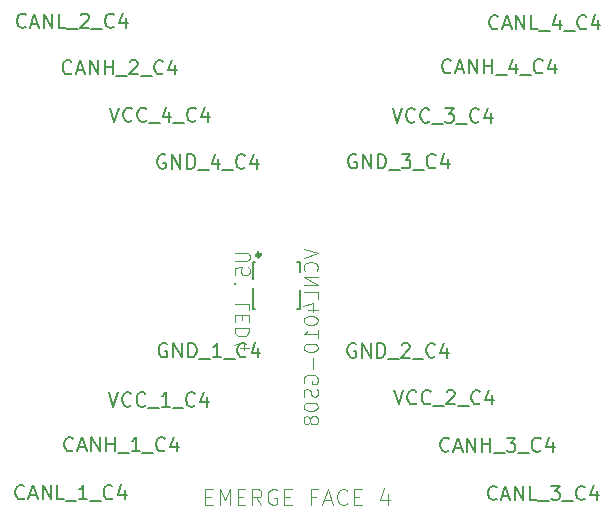
<source format=gbr>
G04 #@! TF.FileFunction,Legend,Bot*
%FSLAX46Y46*%
G04 Gerber Fmt 4.6, Leading zero omitted, Abs format (unit mm)*
G04 Created by KiCad (PCBNEW 4.0.6) date 05/08/17 07:18:31*
%MOMM*%
%LPD*%
G01*
G04 APERTURE LIST*
%ADD10C,0.100000*%
%ADD11C,0.113792*%
%ADD12C,0.127000*%
%ADD13C,0.304800*%
%ADD14C,0.101600*%
G04 APERTURE END LIST*
D10*
D11*
X121581633Y-120127140D02*
X122032060Y-120127140D01*
X122225100Y-120834953D02*
X121581633Y-120834953D01*
X121581633Y-119483673D01*
X122225100Y-119483673D01*
X122804220Y-120834953D02*
X122804220Y-119483673D01*
X123254647Y-120448873D01*
X123705074Y-119483673D01*
X123705074Y-120834953D01*
X124348540Y-120127140D02*
X124798967Y-120127140D01*
X124992007Y-120834953D02*
X124348540Y-120834953D01*
X124348540Y-119483673D01*
X124992007Y-119483673D01*
X126343287Y-120834953D02*
X125892861Y-120191487D01*
X125571127Y-120834953D02*
X125571127Y-119483673D01*
X126085901Y-119483673D01*
X126214594Y-119548020D01*
X126278941Y-119612367D01*
X126343287Y-119741060D01*
X126343287Y-119934100D01*
X126278941Y-120062793D01*
X126214594Y-120127140D01*
X126085901Y-120191487D01*
X125571127Y-120191487D01*
X127630221Y-119548020D02*
X127501527Y-119483673D01*
X127308487Y-119483673D01*
X127115447Y-119548020D01*
X126986754Y-119676713D01*
X126922407Y-119805407D01*
X126858061Y-120062793D01*
X126858061Y-120255833D01*
X126922407Y-120513220D01*
X126986754Y-120641913D01*
X127115447Y-120770607D01*
X127308487Y-120834953D01*
X127437181Y-120834953D01*
X127630221Y-120770607D01*
X127694567Y-120706260D01*
X127694567Y-120255833D01*
X127437181Y-120255833D01*
X128273687Y-120127140D02*
X128724114Y-120127140D01*
X128917154Y-120834953D02*
X128273687Y-120834953D01*
X128273687Y-119483673D01*
X128917154Y-119483673D01*
X130976248Y-120127140D02*
X130525821Y-120127140D01*
X130525821Y-120834953D02*
X130525821Y-119483673D01*
X131169288Y-119483673D01*
X131619715Y-120448873D02*
X132263181Y-120448873D01*
X131491021Y-120834953D02*
X131941448Y-119483673D01*
X132391875Y-120834953D01*
X133614461Y-120706260D02*
X133550115Y-120770607D01*
X133357075Y-120834953D01*
X133228381Y-120834953D01*
X133035341Y-120770607D01*
X132906648Y-120641913D01*
X132842301Y-120513220D01*
X132777955Y-120255833D01*
X132777955Y-120062793D01*
X132842301Y-119805407D01*
X132906648Y-119676713D01*
X133035341Y-119548020D01*
X133228381Y-119483673D01*
X133357075Y-119483673D01*
X133550115Y-119548020D01*
X133614461Y-119612367D01*
X134193581Y-120127140D02*
X134644008Y-120127140D01*
X134837048Y-120834953D02*
X134193581Y-120834953D01*
X134193581Y-119483673D01*
X134837048Y-119483673D01*
X137024835Y-119934100D02*
X137024835Y-120834953D01*
X136703102Y-119419327D02*
X136381369Y-120384527D01*
X137217875Y-120384527D01*
D10*
G36*
X124179300Y-102230300D02*
X123979300Y-102230300D01*
X123979300Y-102030300D01*
X124179300Y-102030300D01*
X124179300Y-102230300D01*
G37*
D12*
X125829900Y-100275700D02*
X125629900Y-100275700D01*
X125629900Y-100275700D02*
X125629900Y-101715700D01*
X125639900Y-102425700D02*
X125639900Y-104235700D01*
X125639900Y-104235700D02*
X125819900Y-104235700D01*
X129379900Y-100285700D02*
X129579900Y-100285700D01*
X129579900Y-100285700D02*
X129579900Y-101115700D01*
X129369900Y-104225700D02*
X129589900Y-104225700D01*
X129589900Y-104225700D02*
X129589900Y-102615700D01*
D13*
X126253909Y-99665700D02*
G75*
G03X126253909Y-99665700I-164009J0D01*
G01*
D12*
X126131522Y-99665700D02*
G75*
G03X126131522Y-99665700I-31622J0D01*
G01*
D14*
X125291848Y-104362086D02*
X125291848Y-103787562D01*
X124085348Y-103787562D01*
X124659871Y-104764252D02*
X124659871Y-105166419D01*
X125291848Y-105338776D02*
X125291848Y-104764252D01*
X124085348Y-104764252D01*
X124085348Y-105338776D01*
X125291848Y-105855847D02*
X124085348Y-105855847D01*
X124085348Y-106143109D01*
X124142800Y-106315466D01*
X124257705Y-106430371D01*
X124372610Y-106487823D01*
X124602419Y-106545275D01*
X124774776Y-106545275D01*
X125004586Y-106487823D01*
X125119490Y-106430371D01*
X125234395Y-106315466D01*
X125291848Y-106143109D01*
X125291848Y-105855847D01*
X124487514Y-107579418D02*
X125291848Y-107579418D01*
X124027895Y-107292156D02*
X124889681Y-107004895D01*
X124889681Y-107751775D01*
D12*
X137556205Y-111116348D02*
X137958371Y-112322848D01*
X138360538Y-111116348D01*
X139452133Y-112207943D02*
X139394681Y-112265395D01*
X139222324Y-112322848D01*
X139107419Y-112322848D01*
X138935062Y-112265395D01*
X138820157Y-112150490D01*
X138762705Y-112035586D01*
X138705253Y-111805776D01*
X138705253Y-111633419D01*
X138762705Y-111403610D01*
X138820157Y-111288705D01*
X138935062Y-111173800D01*
X139107419Y-111116348D01*
X139222324Y-111116348D01*
X139394681Y-111173800D01*
X139452133Y-111231252D01*
X140658633Y-112207943D02*
X140601181Y-112265395D01*
X140428824Y-112322848D01*
X140313919Y-112322848D01*
X140141562Y-112265395D01*
X140026657Y-112150490D01*
X139969205Y-112035586D01*
X139911753Y-111805776D01*
X139911753Y-111633419D01*
X139969205Y-111403610D01*
X140026657Y-111288705D01*
X140141562Y-111173800D01*
X140313919Y-111116348D01*
X140428824Y-111116348D01*
X140601181Y-111173800D01*
X140658633Y-111231252D01*
X140888443Y-112437752D02*
X141807681Y-112437752D01*
X142037491Y-111231252D02*
X142094943Y-111173800D01*
X142209848Y-111116348D01*
X142497110Y-111116348D01*
X142612014Y-111173800D01*
X142669467Y-111231252D01*
X142726919Y-111346157D01*
X142726919Y-111461062D01*
X142669467Y-111633419D01*
X141980038Y-112322848D01*
X142726919Y-112322848D01*
X142956729Y-112437752D02*
X143875967Y-112437752D01*
X144852657Y-112207943D02*
X144795205Y-112265395D01*
X144622848Y-112322848D01*
X144507943Y-112322848D01*
X144335586Y-112265395D01*
X144220681Y-112150490D01*
X144163229Y-112035586D01*
X144105777Y-111805776D01*
X144105777Y-111633419D01*
X144163229Y-111403610D01*
X144220681Y-111288705D01*
X144335586Y-111173800D01*
X144507943Y-111116348D01*
X144622848Y-111116348D01*
X144795205Y-111173800D01*
X144852657Y-111231252D01*
X145886800Y-111518514D02*
X145886800Y-112322848D01*
X145599538Y-111058895D02*
X145312277Y-111920681D01*
X146059157Y-111920681D01*
X113416205Y-111297348D02*
X113818371Y-112503848D01*
X114220538Y-111297348D01*
X115312133Y-112388943D02*
X115254681Y-112446395D01*
X115082324Y-112503848D01*
X114967419Y-112503848D01*
X114795062Y-112446395D01*
X114680157Y-112331490D01*
X114622705Y-112216586D01*
X114565253Y-111986776D01*
X114565253Y-111814419D01*
X114622705Y-111584610D01*
X114680157Y-111469705D01*
X114795062Y-111354800D01*
X114967419Y-111297348D01*
X115082324Y-111297348D01*
X115254681Y-111354800D01*
X115312133Y-111412252D01*
X116518633Y-112388943D02*
X116461181Y-112446395D01*
X116288824Y-112503848D01*
X116173919Y-112503848D01*
X116001562Y-112446395D01*
X115886657Y-112331490D01*
X115829205Y-112216586D01*
X115771753Y-111986776D01*
X115771753Y-111814419D01*
X115829205Y-111584610D01*
X115886657Y-111469705D01*
X116001562Y-111354800D01*
X116173919Y-111297348D01*
X116288824Y-111297348D01*
X116461181Y-111354800D01*
X116518633Y-111412252D01*
X116748443Y-112618752D02*
X117667681Y-112618752D01*
X118586919Y-112503848D02*
X117897491Y-112503848D01*
X118242205Y-112503848D02*
X118242205Y-111297348D01*
X118127300Y-111469705D01*
X118012395Y-111584610D01*
X117897491Y-111642062D01*
X118816729Y-112618752D02*
X119735967Y-112618752D01*
X120712657Y-112388943D02*
X120655205Y-112446395D01*
X120482848Y-112503848D01*
X120367943Y-112503848D01*
X120195586Y-112446395D01*
X120080681Y-112331490D01*
X120023229Y-112216586D01*
X119965777Y-111986776D01*
X119965777Y-111814419D01*
X120023229Y-111584610D01*
X120080681Y-111469705D01*
X120195586Y-111354800D01*
X120367943Y-111297348D01*
X120482848Y-111297348D01*
X120655205Y-111354800D01*
X120712657Y-111412252D01*
X121746800Y-111699514D02*
X121746800Y-112503848D01*
X121459538Y-111239895D02*
X121172277Y-112101681D01*
X121919157Y-112101681D01*
X137445205Y-87247348D02*
X137847371Y-88453848D01*
X138249538Y-87247348D01*
X139341133Y-88338943D02*
X139283681Y-88396395D01*
X139111324Y-88453848D01*
X138996419Y-88453848D01*
X138824062Y-88396395D01*
X138709157Y-88281490D01*
X138651705Y-88166586D01*
X138594253Y-87936776D01*
X138594253Y-87764419D01*
X138651705Y-87534610D01*
X138709157Y-87419705D01*
X138824062Y-87304800D01*
X138996419Y-87247348D01*
X139111324Y-87247348D01*
X139283681Y-87304800D01*
X139341133Y-87362252D01*
X140547633Y-88338943D02*
X140490181Y-88396395D01*
X140317824Y-88453848D01*
X140202919Y-88453848D01*
X140030562Y-88396395D01*
X139915657Y-88281490D01*
X139858205Y-88166586D01*
X139800753Y-87936776D01*
X139800753Y-87764419D01*
X139858205Y-87534610D01*
X139915657Y-87419705D01*
X140030562Y-87304800D01*
X140202919Y-87247348D01*
X140317824Y-87247348D01*
X140490181Y-87304800D01*
X140547633Y-87362252D01*
X140777443Y-88568752D02*
X141696681Y-88568752D01*
X141869038Y-87247348D02*
X142615919Y-87247348D01*
X142213752Y-87706967D01*
X142386110Y-87706967D01*
X142501014Y-87764419D01*
X142558467Y-87821871D01*
X142615919Y-87936776D01*
X142615919Y-88224038D01*
X142558467Y-88338943D01*
X142501014Y-88396395D01*
X142386110Y-88453848D01*
X142041395Y-88453848D01*
X141926491Y-88396395D01*
X141869038Y-88338943D01*
X142845729Y-88568752D02*
X143764967Y-88568752D01*
X144741657Y-88338943D02*
X144684205Y-88396395D01*
X144511848Y-88453848D01*
X144396943Y-88453848D01*
X144224586Y-88396395D01*
X144109681Y-88281490D01*
X144052229Y-88166586D01*
X143994777Y-87936776D01*
X143994777Y-87764419D01*
X144052229Y-87534610D01*
X144109681Y-87419705D01*
X144224586Y-87304800D01*
X144396943Y-87247348D01*
X144511848Y-87247348D01*
X144684205Y-87304800D01*
X144741657Y-87362252D01*
X145775800Y-87649514D02*
X145775800Y-88453848D01*
X145488538Y-87189895D02*
X145201277Y-88051681D01*
X145948157Y-88051681D01*
X113495205Y-87187348D02*
X113897371Y-88393848D01*
X114299538Y-87187348D01*
X115391133Y-88278943D02*
X115333681Y-88336395D01*
X115161324Y-88393848D01*
X115046419Y-88393848D01*
X114874062Y-88336395D01*
X114759157Y-88221490D01*
X114701705Y-88106586D01*
X114644253Y-87876776D01*
X114644253Y-87704419D01*
X114701705Y-87474610D01*
X114759157Y-87359705D01*
X114874062Y-87244800D01*
X115046419Y-87187348D01*
X115161324Y-87187348D01*
X115333681Y-87244800D01*
X115391133Y-87302252D01*
X116597633Y-88278943D02*
X116540181Y-88336395D01*
X116367824Y-88393848D01*
X116252919Y-88393848D01*
X116080562Y-88336395D01*
X115965657Y-88221490D01*
X115908205Y-88106586D01*
X115850753Y-87876776D01*
X115850753Y-87704419D01*
X115908205Y-87474610D01*
X115965657Y-87359705D01*
X116080562Y-87244800D01*
X116252919Y-87187348D01*
X116367824Y-87187348D01*
X116540181Y-87244800D01*
X116597633Y-87302252D01*
X116827443Y-88508752D02*
X117746681Y-88508752D01*
X118551014Y-87589514D02*
X118551014Y-88393848D01*
X118263752Y-87129895D02*
X117976491Y-87991681D01*
X118723371Y-87991681D01*
X118895729Y-88508752D02*
X119814967Y-88508752D01*
X120791657Y-88278943D02*
X120734205Y-88336395D01*
X120561848Y-88393848D01*
X120446943Y-88393848D01*
X120274586Y-88336395D01*
X120159681Y-88221490D01*
X120102229Y-88106586D01*
X120044777Y-87876776D01*
X120044777Y-87704419D01*
X120102229Y-87474610D01*
X120159681Y-87359705D01*
X120274586Y-87244800D01*
X120446943Y-87187348D01*
X120561848Y-87187348D01*
X120734205Y-87244800D01*
X120791657Y-87302252D01*
X121825800Y-87589514D02*
X121825800Y-88393848D01*
X121538538Y-87129895D02*
X121251277Y-87991681D01*
X121998157Y-87991681D01*
X134315538Y-107200800D02*
X134200633Y-107143348D01*
X134028276Y-107143348D01*
X133855919Y-107200800D01*
X133741014Y-107315705D01*
X133683562Y-107430610D01*
X133626110Y-107660419D01*
X133626110Y-107832776D01*
X133683562Y-108062586D01*
X133741014Y-108177490D01*
X133855919Y-108292395D01*
X134028276Y-108349848D01*
X134143181Y-108349848D01*
X134315538Y-108292395D01*
X134372990Y-108234943D01*
X134372990Y-107832776D01*
X134143181Y-107832776D01*
X134890062Y-108349848D02*
X134890062Y-107143348D01*
X135579490Y-108349848D01*
X135579490Y-107143348D01*
X136154014Y-108349848D02*
X136154014Y-107143348D01*
X136441276Y-107143348D01*
X136613633Y-107200800D01*
X136728538Y-107315705D01*
X136785990Y-107430610D01*
X136843442Y-107660419D01*
X136843442Y-107832776D01*
X136785990Y-108062586D01*
X136728538Y-108177490D01*
X136613633Y-108292395D01*
X136441276Y-108349848D01*
X136154014Y-108349848D01*
X137073252Y-108464752D02*
X137992490Y-108464752D01*
X138222300Y-107258252D02*
X138279752Y-107200800D01*
X138394657Y-107143348D01*
X138681919Y-107143348D01*
X138796823Y-107200800D01*
X138854276Y-107258252D01*
X138911728Y-107373157D01*
X138911728Y-107488062D01*
X138854276Y-107660419D01*
X138164847Y-108349848D01*
X138911728Y-108349848D01*
X139141538Y-108464752D02*
X140060776Y-108464752D01*
X141037466Y-108234943D02*
X140980014Y-108292395D01*
X140807657Y-108349848D01*
X140692752Y-108349848D01*
X140520395Y-108292395D01*
X140405490Y-108177490D01*
X140348038Y-108062586D01*
X140290586Y-107832776D01*
X140290586Y-107660419D01*
X140348038Y-107430610D01*
X140405490Y-107315705D01*
X140520395Y-107200800D01*
X140692752Y-107143348D01*
X140807657Y-107143348D01*
X140980014Y-107200800D01*
X141037466Y-107258252D01*
X142071609Y-107545514D02*
X142071609Y-108349848D01*
X141784347Y-107085895D02*
X141497086Y-107947681D01*
X142243966Y-107947681D01*
X118323538Y-107188800D02*
X118208633Y-107131348D01*
X118036276Y-107131348D01*
X117863919Y-107188800D01*
X117749014Y-107303705D01*
X117691562Y-107418610D01*
X117634110Y-107648419D01*
X117634110Y-107820776D01*
X117691562Y-108050586D01*
X117749014Y-108165490D01*
X117863919Y-108280395D01*
X118036276Y-108337848D01*
X118151181Y-108337848D01*
X118323538Y-108280395D01*
X118380990Y-108222943D01*
X118380990Y-107820776D01*
X118151181Y-107820776D01*
X118898062Y-108337848D02*
X118898062Y-107131348D01*
X119587490Y-108337848D01*
X119587490Y-107131348D01*
X120162014Y-108337848D02*
X120162014Y-107131348D01*
X120449276Y-107131348D01*
X120621633Y-107188800D01*
X120736538Y-107303705D01*
X120793990Y-107418610D01*
X120851442Y-107648419D01*
X120851442Y-107820776D01*
X120793990Y-108050586D01*
X120736538Y-108165490D01*
X120621633Y-108280395D01*
X120449276Y-108337848D01*
X120162014Y-108337848D01*
X121081252Y-108452752D02*
X122000490Y-108452752D01*
X122919728Y-108337848D02*
X122230300Y-108337848D01*
X122575014Y-108337848D02*
X122575014Y-107131348D01*
X122460109Y-107303705D01*
X122345204Y-107418610D01*
X122230300Y-107476062D01*
X123149538Y-108452752D02*
X124068776Y-108452752D01*
X125045466Y-108222943D02*
X124988014Y-108280395D01*
X124815657Y-108337848D01*
X124700752Y-108337848D01*
X124528395Y-108280395D01*
X124413490Y-108165490D01*
X124356038Y-108050586D01*
X124298586Y-107820776D01*
X124298586Y-107648419D01*
X124356038Y-107418610D01*
X124413490Y-107303705D01*
X124528395Y-107188800D01*
X124700752Y-107131348D01*
X124815657Y-107131348D01*
X124988014Y-107188800D01*
X125045466Y-107246252D01*
X126079609Y-107533514D02*
X126079609Y-108337848D01*
X125792347Y-107073895D02*
X125505086Y-107935681D01*
X126251966Y-107935681D01*
X134364538Y-91183800D02*
X134249633Y-91126348D01*
X134077276Y-91126348D01*
X133904919Y-91183800D01*
X133790014Y-91298705D01*
X133732562Y-91413610D01*
X133675110Y-91643419D01*
X133675110Y-91815776D01*
X133732562Y-92045586D01*
X133790014Y-92160490D01*
X133904919Y-92275395D01*
X134077276Y-92332848D01*
X134192181Y-92332848D01*
X134364538Y-92275395D01*
X134421990Y-92217943D01*
X134421990Y-91815776D01*
X134192181Y-91815776D01*
X134939062Y-92332848D02*
X134939062Y-91126348D01*
X135628490Y-92332848D01*
X135628490Y-91126348D01*
X136203014Y-92332848D02*
X136203014Y-91126348D01*
X136490276Y-91126348D01*
X136662633Y-91183800D01*
X136777538Y-91298705D01*
X136834990Y-91413610D01*
X136892442Y-91643419D01*
X136892442Y-91815776D01*
X136834990Y-92045586D01*
X136777538Y-92160490D01*
X136662633Y-92275395D01*
X136490276Y-92332848D01*
X136203014Y-92332848D01*
X137122252Y-92447752D02*
X138041490Y-92447752D01*
X138213847Y-91126348D02*
X138960728Y-91126348D01*
X138558561Y-91585967D01*
X138730919Y-91585967D01*
X138845823Y-91643419D01*
X138903276Y-91700871D01*
X138960728Y-91815776D01*
X138960728Y-92103038D01*
X138903276Y-92217943D01*
X138845823Y-92275395D01*
X138730919Y-92332848D01*
X138386204Y-92332848D01*
X138271300Y-92275395D01*
X138213847Y-92217943D01*
X139190538Y-92447752D02*
X140109776Y-92447752D01*
X141086466Y-92217943D02*
X141029014Y-92275395D01*
X140856657Y-92332848D01*
X140741752Y-92332848D01*
X140569395Y-92275395D01*
X140454490Y-92160490D01*
X140397038Y-92045586D01*
X140339586Y-91815776D01*
X140339586Y-91643419D01*
X140397038Y-91413610D01*
X140454490Y-91298705D01*
X140569395Y-91183800D01*
X140741752Y-91126348D01*
X140856657Y-91126348D01*
X141029014Y-91183800D01*
X141086466Y-91241252D01*
X142120609Y-91528514D02*
X142120609Y-92332848D01*
X141833347Y-91068895D02*
X141546086Y-91930681D01*
X142292966Y-91930681D01*
X118217538Y-91209800D02*
X118102633Y-91152348D01*
X117930276Y-91152348D01*
X117757919Y-91209800D01*
X117643014Y-91324705D01*
X117585562Y-91439610D01*
X117528110Y-91669419D01*
X117528110Y-91841776D01*
X117585562Y-92071586D01*
X117643014Y-92186490D01*
X117757919Y-92301395D01*
X117930276Y-92358848D01*
X118045181Y-92358848D01*
X118217538Y-92301395D01*
X118274990Y-92243943D01*
X118274990Y-91841776D01*
X118045181Y-91841776D01*
X118792062Y-92358848D02*
X118792062Y-91152348D01*
X119481490Y-92358848D01*
X119481490Y-91152348D01*
X120056014Y-92358848D02*
X120056014Y-91152348D01*
X120343276Y-91152348D01*
X120515633Y-91209800D01*
X120630538Y-91324705D01*
X120687990Y-91439610D01*
X120745442Y-91669419D01*
X120745442Y-91841776D01*
X120687990Y-92071586D01*
X120630538Y-92186490D01*
X120515633Y-92301395D01*
X120343276Y-92358848D01*
X120056014Y-92358848D01*
X120975252Y-92473752D02*
X121894490Y-92473752D01*
X122698823Y-91554514D02*
X122698823Y-92358848D01*
X122411561Y-91094895D02*
X122124300Y-91956681D01*
X122871180Y-91956681D01*
X123043538Y-92473752D02*
X123962776Y-92473752D01*
X124939466Y-92243943D02*
X124882014Y-92301395D01*
X124709657Y-92358848D01*
X124594752Y-92358848D01*
X124422395Y-92301395D01*
X124307490Y-92186490D01*
X124250038Y-92071586D01*
X124192586Y-91841776D01*
X124192586Y-91669419D01*
X124250038Y-91439610D01*
X124307490Y-91324705D01*
X124422395Y-91209800D01*
X124594752Y-91152348D01*
X124709657Y-91152348D01*
X124882014Y-91209800D01*
X124939466Y-91267252D01*
X125973609Y-91554514D02*
X125973609Y-92358848D01*
X125686347Y-91094895D02*
X125399086Y-91956681D01*
X126145966Y-91956681D01*
X106380990Y-80330943D02*
X106323538Y-80388395D01*
X106151181Y-80445848D01*
X106036276Y-80445848D01*
X105863919Y-80388395D01*
X105749014Y-80273490D01*
X105691562Y-80158586D01*
X105634110Y-79928776D01*
X105634110Y-79756419D01*
X105691562Y-79526610D01*
X105749014Y-79411705D01*
X105863919Y-79296800D01*
X106036276Y-79239348D01*
X106151181Y-79239348D01*
X106323538Y-79296800D01*
X106380990Y-79354252D01*
X106840610Y-80101133D02*
X107415133Y-80101133D01*
X106725705Y-80445848D02*
X107127871Y-79239348D01*
X107530038Y-80445848D01*
X107932205Y-80445848D02*
X107932205Y-79239348D01*
X108621633Y-80445848D01*
X108621633Y-79239348D01*
X109770681Y-80445848D02*
X109196157Y-80445848D01*
X109196157Y-79239348D01*
X109885585Y-80560752D02*
X110804823Y-80560752D01*
X111034633Y-79354252D02*
X111092085Y-79296800D01*
X111206990Y-79239348D01*
X111494252Y-79239348D01*
X111609156Y-79296800D01*
X111666609Y-79354252D01*
X111724061Y-79469157D01*
X111724061Y-79584062D01*
X111666609Y-79756419D01*
X110977180Y-80445848D01*
X111724061Y-80445848D01*
X111953871Y-80560752D02*
X112873109Y-80560752D01*
X113849799Y-80330943D02*
X113792347Y-80388395D01*
X113619990Y-80445848D01*
X113505085Y-80445848D01*
X113332728Y-80388395D01*
X113217823Y-80273490D01*
X113160371Y-80158586D01*
X113102919Y-79928776D01*
X113102919Y-79756419D01*
X113160371Y-79526610D01*
X113217823Y-79411705D01*
X113332728Y-79296800D01*
X113505085Y-79239348D01*
X113619990Y-79239348D01*
X113792347Y-79296800D01*
X113849799Y-79354252D01*
X114883942Y-79641514D02*
X114883942Y-80445848D01*
X114596680Y-79181895D02*
X114309419Y-80043681D01*
X115056299Y-80043681D01*
X106261990Y-120243943D02*
X106204538Y-120301395D01*
X106032181Y-120358848D01*
X105917276Y-120358848D01*
X105744919Y-120301395D01*
X105630014Y-120186490D01*
X105572562Y-120071586D01*
X105515110Y-119841776D01*
X105515110Y-119669419D01*
X105572562Y-119439610D01*
X105630014Y-119324705D01*
X105744919Y-119209800D01*
X105917276Y-119152348D01*
X106032181Y-119152348D01*
X106204538Y-119209800D01*
X106261990Y-119267252D01*
X106721610Y-120014133D02*
X107296133Y-120014133D01*
X106606705Y-120358848D02*
X107008871Y-119152348D01*
X107411038Y-120358848D01*
X107813205Y-120358848D02*
X107813205Y-119152348D01*
X108502633Y-120358848D01*
X108502633Y-119152348D01*
X109651681Y-120358848D02*
X109077157Y-120358848D01*
X109077157Y-119152348D01*
X109766585Y-120473752D02*
X110685823Y-120473752D01*
X111605061Y-120358848D02*
X110915633Y-120358848D01*
X111260347Y-120358848D02*
X111260347Y-119152348D01*
X111145442Y-119324705D01*
X111030537Y-119439610D01*
X110915633Y-119497062D01*
X111834871Y-120473752D02*
X112754109Y-120473752D01*
X113730799Y-120243943D02*
X113673347Y-120301395D01*
X113500990Y-120358848D01*
X113386085Y-120358848D01*
X113213728Y-120301395D01*
X113098823Y-120186490D01*
X113041371Y-120071586D01*
X112983919Y-119841776D01*
X112983919Y-119669419D01*
X113041371Y-119439610D01*
X113098823Y-119324705D01*
X113213728Y-119209800D01*
X113386085Y-119152348D01*
X113500990Y-119152348D01*
X113673347Y-119209800D01*
X113730799Y-119267252D01*
X114764942Y-119554514D02*
X114764942Y-120358848D01*
X114477680Y-119094895D02*
X114190419Y-119956681D01*
X114937299Y-119956681D01*
X146258990Y-120304943D02*
X146201538Y-120362395D01*
X146029181Y-120419848D01*
X145914276Y-120419848D01*
X145741919Y-120362395D01*
X145627014Y-120247490D01*
X145569562Y-120132586D01*
X145512110Y-119902776D01*
X145512110Y-119730419D01*
X145569562Y-119500610D01*
X145627014Y-119385705D01*
X145741919Y-119270800D01*
X145914276Y-119213348D01*
X146029181Y-119213348D01*
X146201538Y-119270800D01*
X146258990Y-119328252D01*
X146718610Y-120075133D02*
X147293133Y-120075133D01*
X146603705Y-120419848D02*
X147005871Y-119213348D01*
X147408038Y-120419848D01*
X147810205Y-120419848D02*
X147810205Y-119213348D01*
X148499633Y-120419848D01*
X148499633Y-119213348D01*
X149648681Y-120419848D02*
X149074157Y-120419848D01*
X149074157Y-119213348D01*
X149763585Y-120534752D02*
X150682823Y-120534752D01*
X150855180Y-119213348D02*
X151602061Y-119213348D01*
X151199894Y-119672967D01*
X151372252Y-119672967D01*
X151487156Y-119730419D01*
X151544609Y-119787871D01*
X151602061Y-119902776D01*
X151602061Y-120190038D01*
X151544609Y-120304943D01*
X151487156Y-120362395D01*
X151372252Y-120419848D01*
X151027537Y-120419848D01*
X150912633Y-120362395D01*
X150855180Y-120304943D01*
X151831871Y-120534752D02*
X152751109Y-120534752D01*
X153727799Y-120304943D02*
X153670347Y-120362395D01*
X153497990Y-120419848D01*
X153383085Y-120419848D01*
X153210728Y-120362395D01*
X153095823Y-120247490D01*
X153038371Y-120132586D01*
X152980919Y-119902776D01*
X152980919Y-119730419D01*
X153038371Y-119500610D01*
X153095823Y-119385705D01*
X153210728Y-119270800D01*
X153383085Y-119213348D01*
X153497990Y-119213348D01*
X153670347Y-119270800D01*
X153727799Y-119328252D01*
X154761942Y-119615514D02*
X154761942Y-120419848D01*
X154474680Y-119155895D02*
X154187419Y-120017681D01*
X154934299Y-120017681D01*
X146375990Y-80454943D02*
X146318538Y-80512395D01*
X146146181Y-80569848D01*
X146031276Y-80569848D01*
X145858919Y-80512395D01*
X145744014Y-80397490D01*
X145686562Y-80282586D01*
X145629110Y-80052776D01*
X145629110Y-79880419D01*
X145686562Y-79650610D01*
X145744014Y-79535705D01*
X145858919Y-79420800D01*
X146031276Y-79363348D01*
X146146181Y-79363348D01*
X146318538Y-79420800D01*
X146375990Y-79478252D01*
X146835610Y-80225133D02*
X147410133Y-80225133D01*
X146720705Y-80569848D02*
X147122871Y-79363348D01*
X147525038Y-80569848D01*
X147927205Y-80569848D02*
X147927205Y-79363348D01*
X148616633Y-80569848D01*
X148616633Y-79363348D01*
X149765681Y-80569848D02*
X149191157Y-80569848D01*
X149191157Y-79363348D01*
X149880585Y-80684752D02*
X150799823Y-80684752D01*
X151604156Y-79765514D02*
X151604156Y-80569848D01*
X151316894Y-79305895D02*
X151029633Y-80167681D01*
X151776513Y-80167681D01*
X151948871Y-80684752D02*
X152868109Y-80684752D01*
X153844799Y-80454943D02*
X153787347Y-80512395D01*
X153614990Y-80569848D01*
X153500085Y-80569848D01*
X153327728Y-80512395D01*
X153212823Y-80397490D01*
X153155371Y-80282586D01*
X153097919Y-80052776D01*
X153097919Y-79880419D01*
X153155371Y-79650610D01*
X153212823Y-79535705D01*
X153327728Y-79420800D01*
X153500085Y-79363348D01*
X153614990Y-79363348D01*
X153787347Y-79420800D01*
X153844799Y-79478252D01*
X154878942Y-79765514D02*
X154878942Y-80569848D01*
X154591680Y-79305895D02*
X154304419Y-80167681D01*
X155051299Y-80167681D01*
X110257990Y-84266943D02*
X110200538Y-84324395D01*
X110028181Y-84381848D01*
X109913276Y-84381848D01*
X109740919Y-84324395D01*
X109626014Y-84209490D01*
X109568562Y-84094586D01*
X109511110Y-83864776D01*
X109511110Y-83692419D01*
X109568562Y-83462610D01*
X109626014Y-83347705D01*
X109740919Y-83232800D01*
X109913276Y-83175348D01*
X110028181Y-83175348D01*
X110200538Y-83232800D01*
X110257990Y-83290252D01*
X110717610Y-84037133D02*
X111292133Y-84037133D01*
X110602705Y-84381848D02*
X111004871Y-83175348D01*
X111407038Y-84381848D01*
X111809205Y-84381848D02*
X111809205Y-83175348D01*
X112498633Y-84381848D01*
X112498633Y-83175348D01*
X113073157Y-84381848D02*
X113073157Y-83175348D01*
X113073157Y-83749871D02*
X113762585Y-83749871D01*
X113762585Y-84381848D02*
X113762585Y-83175348D01*
X114049847Y-84496752D02*
X114969085Y-84496752D01*
X115198895Y-83290252D02*
X115256347Y-83232800D01*
X115371252Y-83175348D01*
X115658514Y-83175348D01*
X115773418Y-83232800D01*
X115830871Y-83290252D01*
X115888323Y-83405157D01*
X115888323Y-83520062D01*
X115830871Y-83692419D01*
X115141442Y-84381848D01*
X115888323Y-84381848D01*
X116118133Y-84496752D02*
X117037371Y-84496752D01*
X118014061Y-84266943D02*
X117956609Y-84324395D01*
X117784252Y-84381848D01*
X117669347Y-84381848D01*
X117496990Y-84324395D01*
X117382085Y-84209490D01*
X117324633Y-84094586D01*
X117267181Y-83864776D01*
X117267181Y-83692419D01*
X117324633Y-83462610D01*
X117382085Y-83347705D01*
X117496990Y-83232800D01*
X117669347Y-83175348D01*
X117784252Y-83175348D01*
X117956609Y-83232800D01*
X118014061Y-83290252D01*
X119048204Y-83577514D02*
X119048204Y-84381848D01*
X118760942Y-83117895D02*
X118473681Y-83979681D01*
X119220561Y-83979681D01*
X110402990Y-116189943D02*
X110345538Y-116247395D01*
X110173181Y-116304848D01*
X110058276Y-116304848D01*
X109885919Y-116247395D01*
X109771014Y-116132490D01*
X109713562Y-116017586D01*
X109656110Y-115787776D01*
X109656110Y-115615419D01*
X109713562Y-115385610D01*
X109771014Y-115270705D01*
X109885919Y-115155800D01*
X110058276Y-115098348D01*
X110173181Y-115098348D01*
X110345538Y-115155800D01*
X110402990Y-115213252D01*
X110862610Y-115960133D02*
X111437133Y-115960133D01*
X110747705Y-116304848D02*
X111149871Y-115098348D01*
X111552038Y-116304848D01*
X111954205Y-116304848D02*
X111954205Y-115098348D01*
X112643633Y-116304848D01*
X112643633Y-115098348D01*
X113218157Y-116304848D02*
X113218157Y-115098348D01*
X113218157Y-115672871D02*
X113907585Y-115672871D01*
X113907585Y-116304848D02*
X113907585Y-115098348D01*
X114194847Y-116419752D02*
X115114085Y-116419752D01*
X116033323Y-116304848D02*
X115343895Y-116304848D01*
X115688609Y-116304848D02*
X115688609Y-115098348D01*
X115573704Y-115270705D01*
X115458799Y-115385610D01*
X115343895Y-115443062D01*
X116263133Y-116419752D02*
X117182371Y-116419752D01*
X118159061Y-116189943D02*
X118101609Y-116247395D01*
X117929252Y-116304848D01*
X117814347Y-116304848D01*
X117641990Y-116247395D01*
X117527085Y-116132490D01*
X117469633Y-116017586D01*
X117412181Y-115787776D01*
X117412181Y-115615419D01*
X117469633Y-115385610D01*
X117527085Y-115270705D01*
X117641990Y-115155800D01*
X117814347Y-115098348D01*
X117929252Y-115098348D01*
X118101609Y-115155800D01*
X118159061Y-115213252D01*
X119193204Y-115500514D02*
X119193204Y-116304848D01*
X118905942Y-115040895D02*
X118618681Y-115902681D01*
X119365561Y-115902681D01*
X142221990Y-116216943D02*
X142164538Y-116274395D01*
X141992181Y-116331848D01*
X141877276Y-116331848D01*
X141704919Y-116274395D01*
X141590014Y-116159490D01*
X141532562Y-116044586D01*
X141475110Y-115814776D01*
X141475110Y-115642419D01*
X141532562Y-115412610D01*
X141590014Y-115297705D01*
X141704919Y-115182800D01*
X141877276Y-115125348D01*
X141992181Y-115125348D01*
X142164538Y-115182800D01*
X142221990Y-115240252D01*
X142681610Y-115987133D02*
X143256133Y-115987133D01*
X142566705Y-116331848D02*
X142968871Y-115125348D01*
X143371038Y-116331848D01*
X143773205Y-116331848D02*
X143773205Y-115125348D01*
X144462633Y-116331848D01*
X144462633Y-115125348D01*
X145037157Y-116331848D02*
X145037157Y-115125348D01*
X145037157Y-115699871D02*
X145726585Y-115699871D01*
X145726585Y-116331848D02*
X145726585Y-115125348D01*
X146013847Y-116446752D02*
X146933085Y-116446752D01*
X147105442Y-115125348D02*
X147852323Y-115125348D01*
X147450156Y-115584967D01*
X147622514Y-115584967D01*
X147737418Y-115642419D01*
X147794871Y-115699871D01*
X147852323Y-115814776D01*
X147852323Y-116102038D01*
X147794871Y-116216943D01*
X147737418Y-116274395D01*
X147622514Y-116331848D01*
X147277799Y-116331848D01*
X147162895Y-116274395D01*
X147105442Y-116216943D01*
X148082133Y-116446752D02*
X149001371Y-116446752D01*
X149978061Y-116216943D02*
X149920609Y-116274395D01*
X149748252Y-116331848D01*
X149633347Y-116331848D01*
X149460990Y-116274395D01*
X149346085Y-116159490D01*
X149288633Y-116044586D01*
X149231181Y-115814776D01*
X149231181Y-115642419D01*
X149288633Y-115412610D01*
X149346085Y-115297705D01*
X149460990Y-115182800D01*
X149633347Y-115125348D01*
X149748252Y-115125348D01*
X149920609Y-115182800D01*
X149978061Y-115240252D01*
X151012204Y-115527514D02*
X151012204Y-116331848D01*
X150724942Y-115067895D02*
X150437681Y-115929681D01*
X151184561Y-115929681D01*
X142386990Y-84184943D02*
X142329538Y-84242395D01*
X142157181Y-84299848D01*
X142042276Y-84299848D01*
X141869919Y-84242395D01*
X141755014Y-84127490D01*
X141697562Y-84012586D01*
X141640110Y-83782776D01*
X141640110Y-83610419D01*
X141697562Y-83380610D01*
X141755014Y-83265705D01*
X141869919Y-83150800D01*
X142042276Y-83093348D01*
X142157181Y-83093348D01*
X142329538Y-83150800D01*
X142386990Y-83208252D01*
X142846610Y-83955133D02*
X143421133Y-83955133D01*
X142731705Y-84299848D02*
X143133871Y-83093348D01*
X143536038Y-84299848D01*
X143938205Y-84299848D02*
X143938205Y-83093348D01*
X144627633Y-84299848D01*
X144627633Y-83093348D01*
X145202157Y-84299848D02*
X145202157Y-83093348D01*
X145202157Y-83667871D02*
X145891585Y-83667871D01*
X145891585Y-84299848D02*
X145891585Y-83093348D01*
X146178847Y-84414752D02*
X147098085Y-84414752D01*
X147902418Y-83495514D02*
X147902418Y-84299848D01*
X147615156Y-83035895D02*
X147327895Y-83897681D01*
X148074775Y-83897681D01*
X148247133Y-84414752D02*
X149166371Y-84414752D01*
X150143061Y-84184943D02*
X150085609Y-84242395D01*
X149913252Y-84299848D01*
X149798347Y-84299848D01*
X149625990Y-84242395D01*
X149511085Y-84127490D01*
X149453633Y-84012586D01*
X149396181Y-83782776D01*
X149396181Y-83610419D01*
X149453633Y-83380610D01*
X149511085Y-83265705D01*
X149625990Y-83150800D01*
X149798347Y-83093348D01*
X149913252Y-83093348D01*
X150085609Y-83150800D01*
X150143061Y-83208252D01*
X151177204Y-83495514D02*
X151177204Y-84299848D01*
X150889942Y-83035895D02*
X150602681Y-83897681D01*
X151349561Y-83897681D01*
D14*
X124145948Y-99482962D02*
X125122638Y-99482962D01*
X125237543Y-99540414D01*
X125294995Y-99597867D01*
X125352448Y-99712771D01*
X125352448Y-99942581D01*
X125294995Y-100057486D01*
X125237543Y-100114938D01*
X125122638Y-100172390D01*
X124145948Y-100172390D01*
X124145948Y-101321438D02*
X124145948Y-100746914D01*
X124720471Y-100689462D01*
X124663019Y-100746914D01*
X124605567Y-100861819D01*
X124605567Y-101149081D01*
X124663019Y-101263985D01*
X124720471Y-101321438D01*
X124835376Y-101378890D01*
X125122638Y-101378890D01*
X125237543Y-101321438D01*
X125294995Y-101263985D01*
X125352448Y-101149081D01*
X125352448Y-100861819D01*
X125294995Y-100746914D01*
X125237543Y-100689462D01*
X129925948Y-99120605D02*
X131132448Y-99522771D01*
X129925948Y-99924938D01*
X131017543Y-101016533D02*
X131074995Y-100959081D01*
X131132448Y-100786724D01*
X131132448Y-100671819D01*
X131074995Y-100499462D01*
X130960090Y-100384557D01*
X130845186Y-100327105D01*
X130615376Y-100269653D01*
X130443019Y-100269653D01*
X130213210Y-100327105D01*
X130098305Y-100384557D01*
X129983400Y-100499462D01*
X129925948Y-100671819D01*
X129925948Y-100786724D01*
X129983400Y-100959081D01*
X130040852Y-101016533D01*
X131132448Y-101533605D02*
X129925948Y-101533605D01*
X131132448Y-102223033D01*
X129925948Y-102223033D01*
X131132448Y-103372081D02*
X131132448Y-102797557D01*
X129925948Y-102797557D01*
X130328114Y-104291318D02*
X131132448Y-104291318D01*
X129868495Y-104004056D02*
X130730281Y-103716795D01*
X130730281Y-104463675D01*
X129925948Y-105153104D02*
X129925948Y-105268009D01*
X129983400Y-105382914D01*
X130040852Y-105440366D01*
X130155757Y-105497819D01*
X130385567Y-105555271D01*
X130672829Y-105555271D01*
X130902638Y-105497819D01*
X131017543Y-105440366D01*
X131074995Y-105382914D01*
X131132448Y-105268009D01*
X131132448Y-105153104D01*
X131074995Y-105038200D01*
X131017543Y-104980747D01*
X130902638Y-104923295D01*
X130672829Y-104865843D01*
X130385567Y-104865843D01*
X130155757Y-104923295D01*
X130040852Y-104980747D01*
X129983400Y-105038200D01*
X129925948Y-105153104D01*
X131132448Y-106704319D02*
X131132448Y-106014891D01*
X131132448Y-106359605D02*
X129925948Y-106359605D01*
X130098305Y-106244700D01*
X130213210Y-106129795D01*
X130270662Y-106014891D01*
X129925948Y-107451200D02*
X129925948Y-107566105D01*
X129983400Y-107681010D01*
X130040852Y-107738462D01*
X130155757Y-107795915D01*
X130385567Y-107853367D01*
X130672829Y-107853367D01*
X130902638Y-107795915D01*
X131017543Y-107738462D01*
X131074995Y-107681010D01*
X131132448Y-107566105D01*
X131132448Y-107451200D01*
X131074995Y-107336296D01*
X131017543Y-107278843D01*
X130902638Y-107221391D01*
X130672829Y-107163939D01*
X130385567Y-107163939D01*
X130155757Y-107221391D01*
X130040852Y-107278843D01*
X129983400Y-107336296D01*
X129925948Y-107451200D01*
X130672829Y-108370439D02*
X130672829Y-109289677D01*
X129983400Y-110496177D02*
X129925948Y-110381272D01*
X129925948Y-110208915D01*
X129983400Y-110036558D01*
X130098305Y-109921653D01*
X130213210Y-109864201D01*
X130443019Y-109806749D01*
X130615376Y-109806749D01*
X130845186Y-109864201D01*
X130960090Y-109921653D01*
X131074995Y-110036558D01*
X131132448Y-110208915D01*
X131132448Y-110323820D01*
X131074995Y-110496177D01*
X131017543Y-110553629D01*
X130615376Y-110553629D01*
X130615376Y-110323820D01*
X131074995Y-111013249D02*
X131132448Y-111185606D01*
X131132448Y-111472868D01*
X131074995Y-111587772D01*
X131017543Y-111645225D01*
X130902638Y-111702677D01*
X130787733Y-111702677D01*
X130672829Y-111645225D01*
X130615376Y-111587772D01*
X130557924Y-111472868D01*
X130500471Y-111243058D01*
X130443019Y-111128153D01*
X130385567Y-111070701D01*
X130270662Y-111013249D01*
X130155757Y-111013249D01*
X130040852Y-111070701D01*
X129983400Y-111128153D01*
X129925948Y-111243058D01*
X129925948Y-111530320D01*
X129983400Y-111702677D01*
X129925948Y-112449558D02*
X129925948Y-112564463D01*
X129983400Y-112679368D01*
X130040852Y-112736820D01*
X130155757Y-112794273D01*
X130385567Y-112851725D01*
X130672829Y-112851725D01*
X130902638Y-112794273D01*
X131017543Y-112736820D01*
X131074995Y-112679368D01*
X131132448Y-112564463D01*
X131132448Y-112449558D01*
X131074995Y-112334654D01*
X131017543Y-112277201D01*
X130902638Y-112219749D01*
X130672829Y-112162297D01*
X130385567Y-112162297D01*
X130155757Y-112219749D01*
X130040852Y-112277201D01*
X129983400Y-112334654D01*
X129925948Y-112449558D01*
X130443019Y-113541154D02*
X130385567Y-113426249D01*
X130328114Y-113368797D01*
X130213210Y-113311345D01*
X130155757Y-113311345D01*
X130040852Y-113368797D01*
X129983400Y-113426249D01*
X129925948Y-113541154D01*
X129925948Y-113770964D01*
X129983400Y-113885868D01*
X130040852Y-113943321D01*
X130155757Y-114000773D01*
X130213210Y-114000773D01*
X130328114Y-113943321D01*
X130385567Y-113885868D01*
X130443019Y-113770964D01*
X130443019Y-113541154D01*
X130500471Y-113426249D01*
X130557924Y-113368797D01*
X130672829Y-113311345D01*
X130902638Y-113311345D01*
X131017543Y-113368797D01*
X131074995Y-113426249D01*
X131132448Y-113541154D01*
X131132448Y-113770964D01*
X131074995Y-113885868D01*
X131017543Y-113943321D01*
X130902638Y-114000773D01*
X130672829Y-114000773D01*
X130557924Y-113943321D01*
X130500471Y-113885868D01*
X130443019Y-113770964D01*
M02*

</source>
